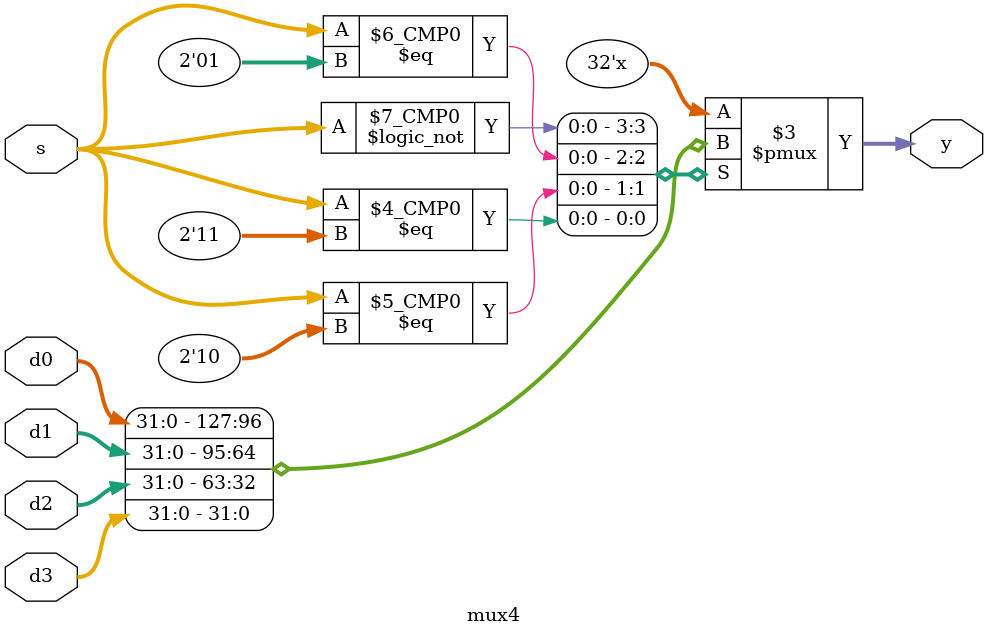
<source format=v>

module top #(parameter WIDTH = 32, REGBITS = 5)();
//WIDTH->数据宽度
//REGBITS->寄存器寻址位数
   reg                 clk;
   reg                 reset;
   wire                memread, memwrite;
   wire    [1:0]       memselect;//0-字 1-半字 2-字节
   wire    [WIDTH-1:0] adr, writedata;
   wire    [WIDTH-1:0] memdata;

   // instantiate devices to be tested
   mips #(WIDTH,REGBITS) dut(clk, reset, memdata, memread, memwrite, adr, writedata, memselect);

   // external memory for code and data
   exmemory #(WIDTH) exmem(clk, memwrite, adr, writedata, memdata);

   // initialize test
   initial
      begin
         reset <= 1; # 22; reset <= 0;
      end

   // generate clock to sequence tests
   always
      begin
         clk <= 1; # 5; clk <= 0; # 5;
      end

   always@(negedge clk)
      begin
         if(memwrite)
            if(adr == 5 & writedata == 7)
               $display("Simulation completely successful");
            else $display("Simulation failed");
      end
endmodule

// external memory accessed by MIPS
module exmemory #(parameter WIDTH = 32)
                 (clk, memwrite, adr, writedata, memdata);

   input                  clk;
   input                  memwrite;
   input      [WIDTH-1:0] adr, writedata;
   output reg [WIDTH-1:0] memdata;

   reg  [31:0] RAM [31:0];
   wire [31:0] word;

   initial
      begin
         $readmemb("C:/Users/huqi1/Desktop/memfile.dat",RAM);
      end

   // read and write bytes from 32-bit word
   always @(posedge clk)
		if(memwrite)//写入--高电平有效
			RAM[adr>>2] <= writedata;
	assign word =RAM[adr>>2];
	always @(*)
		memdata <=word;
endmodule

// simplified MIPS processor
module mips #(parameter WIDTH = 32, REGBITS = 5)
             (input              clk, reset, 
              input  [WIDTH-1:0] memdata, 
              output             memread, memwrite, 
              output [WIDTH-1:0] adr, writedata, memselect);

   wire [31:0] instr;
   wire        zero, alusrca, memtoreg, iord, pcen, regwrite;
   wire [1:0]  pcsource, alusrcb,regdst,memselect;
   wire        irwrite, pcwritefromaluc, opRtype;
   wire [2:0]  aluop, alucont;
   //wire [WIDTH-1:0] writedatas;

   controller  cont(clk, reset, instr[31:26], zero, pcwritefromaluc, memread, memwrite, 
                    alusrca, memtoreg, iord, pcen, regwrite,
                    pcsource, alusrcb, aluop, regdst, irwrite, memselect);
   alucontrol  ac(aluop, instr[5:0], alucont, pcwritefromaluc, opRtype);
   datapath    #(WIDTH, REGBITS) 
               dp(clk, reset, opRtype, memdata, alusrca, memtoreg, iord, pcen,
                  regwrite, pcsource, alusrcb, regdst, irwrite, alucont,
                  zero, instr, adr, writedata);
   //MMRselect   #(WIDTH) mms(writedatas,memselect,writedata);
endmodule

module controller(input clk, reset, 
                  input      [5:0] op, 
                  input            zero, 
                  input            pcwritefromaluc,
                  output reg       memread, memwrite, alusrca, memtoreg, iord, 
                  output           pcen, 
                  output reg       regwrite,
                  output reg [1:0] pcsource, alusrcb, 
                  output reg [2:0] aluop, 
                  output reg [1:0] regdst,
                  output reg       irwrite,
                  output reg [1:0] memselect);

   parameter   FETCH   =  5'd1;
   parameter   DECODE  =  5'd2;
   parameter   MEMADR  =  5'd3;
   parameter   LWRD    =  5'd4;
   parameter   LWWR    =  5'd5;
   parameter   SBWR    =  5'd6;
   parameter   SHWR    =  5'd7;
   parameter   RTYPEEX =  5'd8;
   parameter   RTYPEWR =  5'd9;
   parameter   BEQEX   =  5'd10;
   parameter   BNEEX   =  5'd11;
   parameter   BEX     =  5'd12;
   parameter   JEX     =  5'd13;
   parameter   ANDIEX  =  5'd14;
   parameter   ANDIWR  =  5'd15;
   parameter   ADDIEX  =  5'd16;
   parameter   ADDIWR  =  5'd17;
   parameter   JALEX   =  5'd18;
   parameter   JALWR   =  5'd19;
   parameter   LUIEX   =  5'd20;
   parameter   LUIWR   =  5'd21;
   parameter   ORIEX   =  5'd22;
   parameter   ORIWR   =  5'd23;

   //op code
   parameter   LW      =  6'b100011;
   parameter   SB      =  6'b101000;
   parameter   RTYPE   =  6'b0;
   parameter   BEQ     =  6'b000100;
   parameter   J       =  6'b000010;
   parameter   ANDI    =  6'b001100;
   parameter   ADDI    =  6'b001000;
   parameter   BNE     =  6'b000101;
   parameter   JAL     =  6'b000011;
   parameter   LUI     =  6'b001111;
   parameter   SH      =  6'b101001;
   parameter   ORI     =  6'b001101;

   reg [4:0] state, nextstate;
   reg       pcwrite, pcwritecond, pcbnecond;

   // state register
   always @(posedge clk)
      if(reset) state <= FETCH;
      else state <= nextstate;

   // next state logic
   always @(*)
      begin
         case(state)
            FETCH:  nextstate <= DECODE;
            DECODE:  case(op)
                        SB:      nextstate <= MEMADR;
                        LW:      nextstate <= MEMADR;
                        SH:      nextstate <= MEMADR;
                        RTYPE:   nextstate <= RTYPEEX;
                        BEQ:     nextstate <= BEX;
                        BNE:     nextstate <= BEX;
                        LUI:     nextstate <= LUIEX;
                        ANDI:    nextstate <= ANDIEX;
                        ADDI:    nextstate <= ADDIEX;
                        JAL:     nextstate <= JALEX;
                        J:       nextstate <= JEX;
                        ORI:     nextstate <= ORIEX;
                        default: nextstate <= FETCH; // should never happen
                     endcase
            MEMADR:  case(op)
                        LW:      nextstate <= LWRD;
                        SB:      nextstate <= SBWR;
                        SH:      nextstate <= SHWR;
                        default: nextstate <= FETCH; // should never happen
                     endcase
            BEX:    case(op)
                        BEQ:    nextstate <= BEQEX;
                        BNE:    nextstate <= BNEEX;
                    endcase
            LWRD:    nextstate <= LWWR;
            LWWR:    nextstate <= FETCH;
            SBWR:    nextstate <= FETCH;
            SHWR:    nextstate <= FETCH;
            RTYPEEX: nextstate <= RTYPEWR;
            RTYPEWR: nextstate <= FETCH;
            BEQEX:   nextstate <= FETCH;
            BNEEX:   nextstate <= FETCH;
            ANDIEX:  nextstate <= ANDIWR;
            ANDIWR:  nextstate <= FETCH;
            ADDIEX:  nextstate <= ADDIWR;
            ADDIWR:  nextstate <= FETCH;
            JALEX:   nextstate <= JALWR;
            JALWR:   nextstate <= FETCH;
            LUIEX:   nextstate <= LUIWR;
            LUIWR:   nextstate <= FETCH;
            JEX:     nextstate <= FETCH;
            ORIEX:   nextstate <= ORIWR;
            ORIWR:   nextstate <= FETCH;
            default: nextstate <= FETCH; // should never happen
         endcase
      end

   always @(*)
      begin
            // set all outputs to zero, then conditionally assert just the appropriate ones
            irwrite <= 0;
            pcwrite <= 0; pcwritecond <= 0;
            regwrite <= 0; regdst <= 2'b00;
            memread <= 0; memwrite <= 0;
            alusrca <= 0; alusrcb <= 2'b00; aluop <= 3'b000;
            pcsource <= 2'b00;
            pcbnecond <= 0;//bne condition
            iord <= 0; memtoreg <= 0;memselect<=2'b00;
            case(state)
               FETCH: 
                  begin
                     memread <= 1; 
                     irwrite <= 1; 
                     alusrcb <= 2'b01; 
                     pcwrite <= 1;
                     aluop   <= 3'b001;
                  end
               DECODE: alusrcb <= 2'b11;
               MEMADR:
                  begin
                     alusrca <= 1;
                     alusrcb <= 2'b10;
                     aluop   <= 3'b001;//add
                  end
               LWRD:
                  begin
                     memread <= 1;//允许读
                     iord    <= 1;//adrmux=1
                  end
               LWWR:
                  begin
                     regwrite <= 1;//允许寄存器写
                     memtoreg <= 1;//wdmux=1, regdst=0已赋值
                  end
               SBWR:
                  begin
                     memwrite <= 1;
                     iord     <= 1;//adrmux=1
                     memselect<= 2;//MMRselect=2
                  end
                SHWR:
                  begin
                     memwrite <= 1;
                     iord     <= 1;//adrmux=1
                     memselect<= 1;//MMRselect=1
                  end
               RTYPEEX: 
                  begin
                     alusrca   <= 1;    // src1mux=1
                     //alusrcb <= 0;    // src2mux=0
                     aluop     <= 3'b000;
                  end
               RTYPEWR:
                  begin
                     regdst     <= 1; // regmux=1
                     regwrite   <= 1;
                     //memtoreg <= 0; // wdmux=0
                  end
               BEX:
                  begin
                     //alusrca  <= 0;   // src1mux=0
                     alusrcb  <= 3;     // src2mux=3
                     aluop    <= 3'b001;// add
                  end
               BEQEX:
                  begin
                     alusrca     <= 2'b01;
                     //alusrcb   <= 0;      // src2mux=0
                     aluop       <= 3'b001; // add
                     pcwritecond <= 1;
                     //pcbnecond <= 0;      //bne condition
                     pcsource    <= 2'b01;  // pcmux=1
                  end
               BNEEX:
                  begin
                     alusrca     <= 2'b01;
                     //alusrcb   <= 0;      // src2mux=0
                     aluop       <= 3'b001; // add
                     pcwritecond <= 1;
                     pcbnecond   <= 1;      //bne condition
                     pcsource    <= 2'b01;  // pcmux=1
                  end
               ANDIEX:
                   begin
                     alusrca  <= 1;     // src1mux=1
                     alusrcb  <= 2;     // src2mux=2
                     aluop    <= 3'b011;// and
                   end
               ANDIWR:
                   begin
                     //regdst   <= 0;   // regmux=0
                     regwrite   <= 1;
                     memtoreg   <= 0;   // wdmux=0
                   end
               ORIEX:
                   begin
                     alusrca  <= 1;     // src1mux=1
                     alusrcb  <= 2;     // src2mux=2
                     aluop    <= 3'b110;// or
                   end
               ORIWR:
                   begin
                     //regdst   <= 0;   // regmux=0
                     regwrite   <= 1;
                     memtoreg   <= 0;   // wdmux=0
                   end
               ADDIEX:
                   begin
                     alusrca  <= 1;     // src1mux=1
                     alusrcb  <= 2;     // src2mux=2
                     aluop    <= 3'b001;// add
                   end
               ADDIWR:
                   begin
                     //regdst   <= 0;   // regmux=0
                     regwrite   <= 1;
                     //memtoreg <= 0;   // wdmux=0
                   end
               JALEX:
                   begin
                     alusrca  <= 0;     // src1mux=0
                     alusrcb  <= 1;     // src2mux=1
                     aluop    <= 3'b001;// add
                     pcsource <= 2;     //pcmux=2
                     pcwrite  <= 1;
                   end
               JALWR:
                   begin
                     regdst     <= 2;   // regmux=2
                     regwrite   <= 1;
                     //memtoreg <= 0;   // wdmux=0
                   end
               LUIEX:
                   begin
                     alusrcb  <= 2;     // src2mux=2
                     aluop    <= 3'b111;// <<<16
                   end
               LUIWR:
                   begin
                     regdst     <= 0;   // regmux=0
                     regwrite   <= 1;
                     //memtoreg <= 0;   // wdmux=0
                   end
               JEX:
                  begin
                     pcwrite  <= 1;
                     pcsource <= 3'b10;// pcmux=2
                  end
         endcase
      end
   assign pcen = pcwrite | pcwritefromaluc | (pcwritecond & (pcbnecond ? ~zero: zero)); // program counter enable
endmodule

module alucontrol(input      [2:0] aluop, 
                  input      [5:0] funct, 
                  output reg [2:0] alucont,
                  output reg pcwritefromaluc, opRtype);

   always @(*)
    begin
      pcwritefromaluc <= 0; // pc not write!
      opRtype <= 0;
      case(aluop)
         3'b000: 
         begin
          opRtype <= 1;
          case(funct)       // R-Type instructions
              6'b100000: alucont <= 3'b010; // add (for add)
              6'b100010: alucont <= 3'b110; // subtract (for sub)
              6'b000000: alucont <= 3'b001; // sll
              6'b000010: alucont <= 3'b011; // srl
              6'b001000: 
              begin 
                  alucont <= 3'b010;    // jr only add
                  pcwritefromaluc <= 1; // pc write!
              end
              6'b100101: alucont<= 3'b100;  //or
              default:   alucont <= 3'b101; // should never happen
            endcase
         end
          3'b001: alucont <= 3'b010; // add
          3'b010: alucont <= 3'b110; // sub
          3'b011: alucont <= 3'b000; // and
          3'b100: alucont <= 3'b001; // sll
          3'b101: alucont <= 3'b011; // srl
          3'b110: alucont <= 3'b100; // or
          3'b111: alucont <= 3'b111; // <<<16
      endcase
    end
endmodule

/*
module MMRselect #(parameter WIDTH = 32)
                  (input [WIDTH-1:0]        memdata,
                   input [1:0]              select,
                   output reg [WIDTH-1:0]   writedata);
    //this part is use to select bits
    always@(*)
      case(select)
         2'b00: writedata <= memdata;
         2'b01: writedata <= memdata & 'b1111_1111_1111_1111;
         2'b10: writedata <= memdata & 'b1111_1111;
      endcase
endmodule
*/

module datapath #(parameter WIDTH = 32, REGBITS = 5)
                 (input              clk, reset, opRtype,
                  input  [WIDTH-1:0] memdata, 
                  input              alusrca, memtoreg, iord, pcen, regwrite,
                  input  [1:0]       pcsource, alusrcb, regdst,
                  input              irwrite, 
                  input  [2:0]       alucont, 
                  output             zero, 
                  output [31:0]      instr, 
                  output [WIDTH-1:0] adr, writedata);

   // the size of the parameters must be changed to match the WIDTH parameter
   parameter CONST_ZERO = 32'b0;
   parameter CONST_FOUR = 32'd4;

   wire [REGBITS-1:0] ra1, ra2, wa;
   wire [WIDTH-1:0]   pc, nextpc, md, rd1, rd2, wd, a, src1, src2, aluresult,
                          aluout, constx4, pcconstx4, atomux;

   // shift left constant field by 2
   assign pcconstx4 = {pc[31:28],instr[WIDTH-7:0],2'b00};
   assign constx4   = {{14{instr[WIDTH-17]}},instr[WIDTH-17:0],2'b00};

   // register file address fields
   assign ra1 = instr[REGBITS+20:21];
   assign ra2 = instr[REGBITS+15:16];
   assign atomux = opRtype?(instr[10:6] + a):a;

   mux4       #(REGBITS) regmux(instr[REGBITS+15:16], instr[REGBITS+10:11], 
                                5'd31,CONST_ZERO,
                                regdst, wa);

   // independent of bit width, load instruction into four 8-bit registers over four cycles
   flopen     #(32)      ir0(clk, irwrite, memdata[WIDTH-1:0], instr[WIDTH-1:0]);

   // datapath
   flopenr    #(WIDTH)  pcreg(clk, reset, pcen, nextpc, pc);
   flop       #(WIDTH)  mdr(clk, memdata, md);
   flop       #(WIDTH)  areg(clk, rd1, a);	
   flop       #(WIDTH)  wrd(clk, rd2, writedata);
   flop       #(WIDTH)  res(clk, aluresult, aluout);
   mux2       #(WIDTH)  adrmux(pc, aluout, iord, adr);
   mux2       #(WIDTH)  src1mux(pc, atomux, alusrca, src1);
   mux4       #(WIDTH)  src2mux(writedata, CONST_FOUR, {{16{instr[15]}},instr[15:0]}, 
                                constx4, alusrcb, src2);
   mux4       #(WIDTH)  pcmux(aluresult, aluout, pcconstx4, CONST_ZERO, pcsource, nextpc);
   mux2       #(WIDTH)  wdmux(aluout, md, memtoreg, wd);
   regfile    #(WIDTH,REGBITS) rf(clk, regwrite, ra1, ra2, wa, wd, reset, rd1, rd2);
   alu        #(WIDTH) alunit(src1, src2, alucont, aluresult);
   zerodetect #(WIDTH) zd(aluresult, zero);
endmodule

module alu #(parameter WIDTH = 32)
            (input      [WIDTH-1:0] a, b, 
             input      [2:0]       alucont, 
             output reg [WIDTH-1:0] result);
/*
   wire     [WIDTH-1:0] b2, sum;

   assign b2 = alucont[2] ? ~b:b; 
   assign sum = a + b2 + alucont[2];

   // slt should be 1 if most significant bit of sum is 1
   assign slt = sum[WIDTH-1];

   always@(*)
      case(alucont[1:0])
         2'b00: result <= a & b;
         2'b01: result <= a | b;
         2'b10: result <= sum;
         2'b11: result <= slt;
      endcase
*/
    always@(*)
        case(alucont)
            3'b010: result <= a + b;    //add & sub
            3'b110: result <= a - b;    //add & sub
            3'b000: result <= a & b;    //and
            3'b001: result <= b << a;   //sll
            3'b011: result <= b >> a;   //srl
            3'b100: result <= a | b;    //or
            3'b111: result <= b << 16;
        endcase
endmodule

module regfile #(parameter WIDTH = 32, REGBITS = 5)
                (input                clk, 
                 input                regwrite, 
                 input  [REGBITS-1:0] ra1, ra2, wa, 
                 input  [WIDTH-1:0]   wd, 
                 input                reset,
                 output [WIDTH-1:0]   rd1, rd2);

   reg  [WIDTH-1:0] RAM [(1<<REGBITS)-1:0];
   integer i;
	 always @(posedge clk)
		if (reset) 
			// set all registers to 0
			for (i = 0; i < (1<<REGBITS); i = i + 1)
				RAM[i] <= 0;

   // three ported register file
   // read two ports combinationally
   // write third port on rising edge of clock
   // register 0 hardwired to 0
   always @(posedge clk)
      if (regwrite) RAM[wa] <= wd;	

   assign rd1 = ra1 ? RAM[ra1] : 0;
   assign rd2 = ra2 ? RAM[ra2] : 0;
endmodule

module zerodetect #(parameter WIDTH = 32)
                   (input [WIDTH-1:0] a, 
                    output            y);

   assign y = (a==0);
endmodule	

module flop #(parameter WIDTH = 32)
             (input                  clk, 
              input      [WIDTH-1:0] d, 
              output reg [WIDTH-1:0] q);

   always @(posedge clk)
      q <= d;
endmodule

module flopen #(parameter WIDTH = 32)
               (input                  clk, en,
                input      [WIDTH-1:0] d, 
                output reg [WIDTH-1:0] q);

   always @(posedge clk)
      if (en) q <= d;
endmodule

module flopenr #(parameter WIDTH = 32)
                (input                  clk, reset, en,
                 input      [WIDTH-1:0] d, 
                 output reg [WIDTH-1:0] q);
 
   always @(posedge clk)
      if      (reset) q <= 0;
      else if (en)    q <= d;
endmodule

module mux2 #(parameter WIDTH = 32)
             (input  [WIDTH-1:0] d0, d1, 
              input              s, 
              output [WIDTH-1:0] y);

   assign y = s ? d1 : d0; 
endmodule

module mux4 #(parameter WIDTH = 32)
             (input      [WIDTH-1:0] d0, d1, d2, d3,
              input      [1:0]       s, 
              output reg [WIDTH-1:0] y);

   always @(*)
      case(s)
         2'b00: y <= d0;
         2'b01: y <= d1;
         2'b10: y <= d2;
         2'b11: y <= d3;
      endcase
endmodule

</source>
